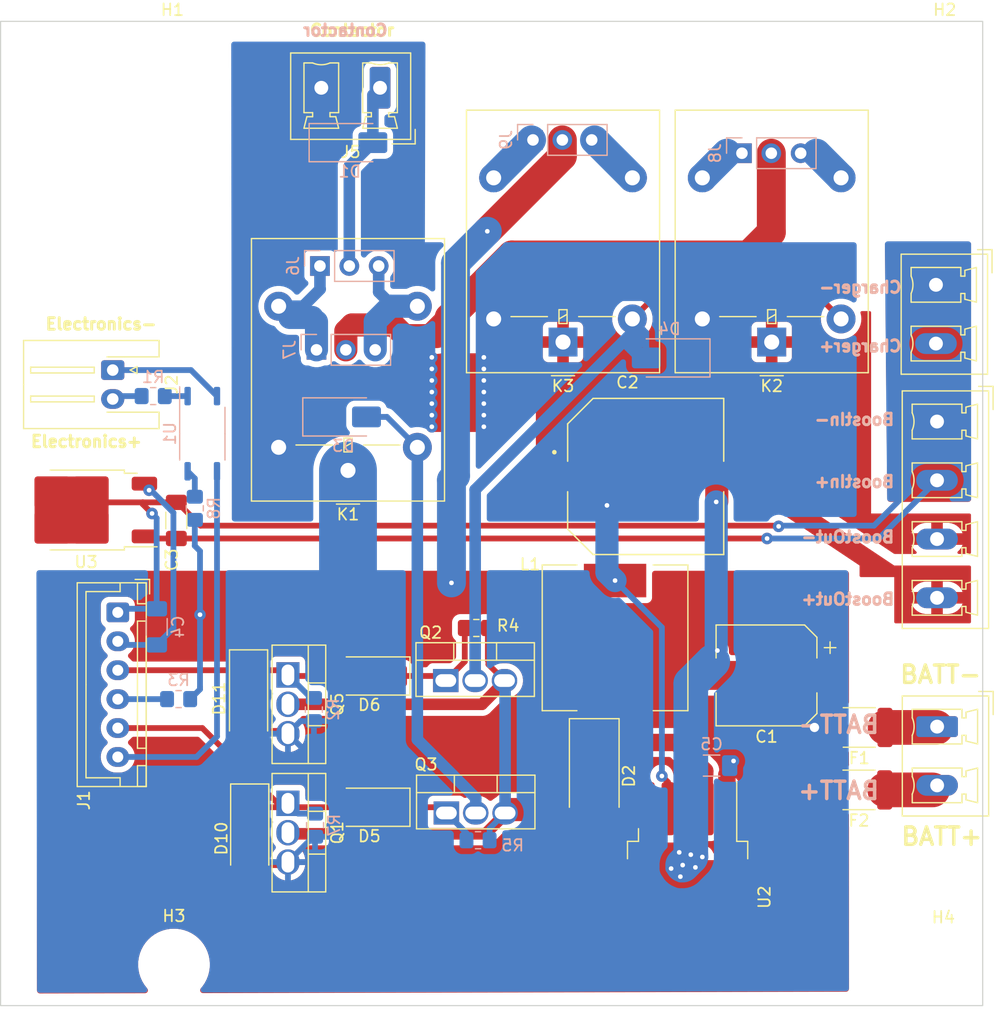
<source format=kicad_pcb>
(kicad_pcb (version 20221018) (generator pcbnew)
  (layers (0 "F.Cu" signal) (31 "B.Cu" signal) (34 "B.Paste" user) (35 "F.Paste" user) (36 "B.SilkS" user "B.Silkscreen") (37 "F.SilkS" user "F.Silkscreen") (38 "B.Mask" user) (39 "F.Mask" user) (44 "Edge.Cuts" user))
  (net 0 "")
  (net 1 "+BATT")
  (net 2 "Net-(D2-A)")
  (net 3 "/12V")
  (net 4 "BOOSTIN+")
  (net 5 "BOOSTIN-")
  (net 6 "/5V")
  (net 7 "Net-(D1-A)")
  (net 8 "Net-(D2-K)")
  (net 9 "Net-(D3-A)")
  (net 10 "Net-(D4-A)")
  (net 11 "Net-(D5-K)")
  (net 12 "Net-(D6-K)")
  (net 13 "Net-(D11-K)")
  (net 14 "-BATT")
  (net 15 "Net-(J4-Pin_1)")
  (net 16 "Net-(J4-Pin_2)")
  (net 17 "Net-(J1-Pin_4)")
  (net 18 "Net-(J1-Pin_6)")
  (net 19 "Net-(J2-Pin_1)")
  (net 20 "Net-(J2-Pin_2)")
  (net 21 "/NCR1")
  (net 22 "/NOR1")
  (net 23 "Net-(J7-Pin_2)")
  (net 24 "Net-(J8-Pin_1)")
  (net 25 "Net-(J8-Pin_3)")
  (net 26 "Net-(J9-Pin_1)")
  (net 27 "Net-(J9-Pin_3)")
  (net 28 "BOOSTOUT-")
  (net 29 "BOOSTOUT+")
  (net 30 "Net-(R1-Pad1)")
  (net 31 "Net-(R8-Pad2)")
  (net 32 "Net-(D10-K)")
  (footprint "MountingHole:MountingHole_3.2mm_M3" (layer "F.Cu") (at 48.563 29.15)
    (fp_text reference "H1")
    (fp_text value "MountingHole")
  )
  (footprint "Relay_THT:Relay_SPDT_Omron-G5LE-1" (layer "F.Cu") (at 100.4 53.6775 180)
    (fp_text reference "K2")
    (fp_text value "Relay_SPDT")
  )
  (footprint "Inductor_SMD:L_12x12mm_H8mm" (layer "F.Cu") (at 86.85 79.25 90)
    (fp_text reference "L1")
    (fp_text value "CDRH127 100u")
  )
  (footprint "Resistor_SMD:R_1812_4532Metric_Pad1.30x3.40mm_HandSolder" (layer "F.Cu") (at 107.95 92.4 180)
    (fp_text reference "F2")
    (fp_text value "5A 1808")
  )
  (footprint "Connector_Phoenix_MC_HighVoltage:PhoenixContact_MCV_1,5_2-G-5.08_1x02_P5.08mm_Vertical" (layer "F.Cu") (at 114.7075 86.9275 -90)
    (fp_text reference "J4" hide)
    (fp_text value "Battery")
  )
  (footprint "Diode_SMD:D_SMA" (layer "F.Cu") (at 65.6 82.55 180)
    (fp_text reference "D6")
    (fp_text value "1n4007")
  )
  (footprint "Connector_Phoenix_MC_HighVoltage:PhoenixContact_MCV_1,5_2-G-5.08_1x02_P5.08mm_Vertical" (layer "F.Cu") (at 114.6075 48.7275 -90)
    (fp_text reference "J3" hide)
    (fp_text value "Charger")
  )
  (footprint "MountingHole:MountingHole_3.2mm_M3" (layer "F.Cu") (at 115.366 29.15)
    (fp_text reference "H2")
    (fp_text value "MountingHole")
  )
  (footprint "MountingHole:MountingHole_3.2mm_M3" (layer "F.Cu") (at 115.25 107.6166)
    (fp_text reference "H4")
    (fp_text value "MountingHole")
  )
  (footprint "Diode_SMD:D_SMA_Handsoldering" (layer "F.Cu") (at 55.25 96.4 -90)
    (fp_text reference "D10")
    (fp_text value "D_Zener")
  )
  (footprint "Connector_JST:JST_XH_S2B-XH-A-1_1x02_P2.50mm_Horizontal" (layer "F.Cu") (at 43.4 56.1 -90)
    (fp_text reference "J2")
    (fp_text value "Electronics")
  )
  (footprint "Resistor_SMD:R_1812_4532Metric_Pad1.30x3.40mm_HandSolder" (layer "F.Cu") (at 107.975 87 180)
    (fp_text reference "F1")
    (fp_text value "5A 1808")
  )
  (footprint "25V 1000uF:CAP_EEEFK1E102AQ" (layer "F.Cu") (at 89.5 65.3)
    (fp_text reference "C2")
    (fp_text value "25V 1000uF")
  )
  (footprint "Connector_Phoenix_MC_HighVoltage:PhoenixContact_MCV_1,5_4-G-5.08_1x04_P5.08mm_Vertical" (layer "F.Cu") (at 114.7 60.55 -90)
    (fp_text reference "J10" hide)
    (fp_text value "Conn_01x04_Pin")
  )
  (footprint "Diode_SMD:D_SMA" (layer "F.Cu") (at 65.6 93.9 180)
    (fp_text reference "D5")
    (fp_text value "1n4007")
  )
  (footprint "Package_TO_SOT_THT:TO-220-3_Vertical" (layer "F.Cu") (at 72.21 82.945)
    (fp_text reference "Q2")
    (fp_text value "IRLZ44N")
  )
  (footprint "Package_TO_SOT_SMD:TO-263-5_TabPin3" (layer "F.Cu") (at 93.125 101.675 -90)
    (fp_text reference "U2")
    (fp_text value "LM2576HVS-12")
  )
  (footprint "Package_TO_SOT_SMD:TO-252-2" (layer "F.Cu") (at 41.1 68.2 180)
    (fp_text reference "U3")
    (fp_text value "LM78M05_TO252")
  )
  (footprint "Relay_THT:Relay_SPDT_Omron-G5LE-1" (layer "F.Cu") (at 63.75 64.7775 180)
    (fp_text reference "K1")
    (fp_text value "Relay_SPDT")
  )
  (footprint "Connector_Phoenix_MC_HighVoltage:PhoenixContact_MCV_1,5_2-G-5.08_1x02_P5.08mm_Vertical" (layer "F.Cu") (at 66.5225 31.6925 180)
    (fp_text reference "J5")
    (fp_text value "Contactor")
  )
  (footprint "Package_TO_SOT_THT:TO-220-3_Vertical" (layer "F.Cu") (at 58.555 93.56 -90)
    (fp_text reference "Q1")
    (fp_text value "IRLZ44N")
  )
  (footprint "Capacitor_SMD:CP_Elec_8x10.5" (layer "F.Cu") (at 99.95 82.5 180)
    (fp_text reference "C1")
    (fp_text value "100uF 50V")
  )
  (footprint "Resistor_SMD:R_0805_2012Metric_Pad1.20x1.40mm_HandSolder" (layer "F.Cu") (at 74.85 78.4 180)
    (fp_text reference "R4")
    (fp_text value "100k")
  )
  (footprint "Diode_SMD:D_SMA_Handsoldering" (layer "F.Cu") (at 55.15 84.8 -90)
    (fp_text reference "D11")
    (fp_text value "D_Zener")
  )
  (footprint "Package_TO_SOT_THT:TO-220-3_Vertical" (layer "F.Cu") (at 58.555 82.46 -90)
    (fp_text reference "Q5")
    (fp_text value "IRLZ44N")
  )
  (footprint "Capacitor_SMD:C_1206_3216Metric_Pad1.33x1.80mm_HandSolder" (layer "F.Cu") (at 48.9 69.1 90)
    (fp_text reference "C3")
    (fp_text value "1uF")
  )
  (footprint "Package_TO_SOT_THT:TO-220-3_Vertical" (layer "F.Cu") (at 72.26 94.395)
    (fp_text reference "Q3")
    (fp_text value "IRLZ44N")
  )
  (footprint "Connector_JST:JST_XH_B6B-XH-A_1x06_P2.50mm_Vertical" (layer "F.Cu") (at 43.839 77.052 -90)
    (fp_text reference "J1")
    (fp_text value "Slave socket")
  )
  (footprint "MountingHole:MountingHole_3.2mm_M3" (layer "F.Cu") (at 48.7 107.5)
    (fp_text reference "H3")
    (fp_text value "MountingHole")
  )
  (footprint "Relay_THT:Relay_SPDT_Omron-G5LE-1" (layer "F.Cu") (at 82.35 53.6775 180)
    (fp_text reference "K3")
    (fp_text value "Relay_SPDT")
  )
  (footprint "Diode_SMD:D_SMA-SMB_Universal_Handsoldering" (layer "F.Cu") (at 85.05 91.2 -90)
    (fp_text reference "D2")
    (fp_text value "SS56")
  )
  (footprint "Resistor_SMD:R_0805_2012Metric_Pad1.20x1.40mm_HandSolder" (layer "B.Cu") (at 60.9 95.45 90)
    (fp_text reference "R7")
    (fp_text value "10k")
  )
  (footprint "Capacitor_SMD:C_1206_3216Metric_Pad1.33x1.80mm_HandSolder" (layer "B.Cu") (at 47.2 78.3 90)
    (fp_text reference "C4")
    (fp_text value "1uF")
  )
  (footprint "Resistor_SMD:R_0805_2012Metric_Pad1.20x1.40mm_HandSolder" (layer "B.Cu") (at 75 96.75 180)
    (fp_text reference "R5")
    (fp_text value "100k")
  )
  (footprint "Resistor_SMD:R_0805_2012Metric_Pad1.20x1.40mm_HandSolder" (layer "B.Cu") (at 50.5 68.05 90)
    (fp_text reference "R8")
    (fp_text value "10k")
  )
  (footprint "Connector_PinHeader_2.54mm:PinHeader_1x03_P2.54mm_Vertical" (layer "B.Cu") (at 61.325 47.1 -90)
    (fp_text reference "J6")
    (fp_text value "NO/NC Contactor")
  )
  (footprint "Diode_SMD:D_SMA" (layer "B.Cu") (at 63.9 36.435)
    (fp_text reference "D1")
    (fp_text value "1n4007")
  )
  (footprint "Connector_PinHeader_2.54mm:PinHeader_1x03_P2.54mm_Vertical" (layer "B.Cu") (at 61.025 54.35 -90)
    (fp_text reference "J7")
    (fp_text value "NC/NO Charge")
  )
  (footprint "Connector_PinHeader_2.54mm:PinHeader_1x03_P2.54mm_Vertical" (layer "B.Cu") (at 97.825 37.35 -90)
    (fp_text reference "J8")
    (fp_text value "NO/NC Charge-")
  )
  (footprint "Diode_SMD:D_SMA" (layer "B.Cu") (at 91.55 55.05 180)
    (fp_text reference "D4")
    (fp_text value "1n4007")
  )
  (footprint "Resistor_SMD:R_0805_2012Metric_Pad1.20x1.40mm_HandSolder" (layer "B.Cu") (at 60.8 85.45 90)
    (fp_text reference "R2")
    (fp_text value "10k")
  )
  (footprint "Diode_SMD:D_SMA" (layer "B.Cu") (at 63.35 60.15)
    (fp_text reference "D3")
    (fp_text value "1n4007")
  )
  (footprint "Capacitor_SMD:C_1206_3216Metric_Pad1.33x1.80mm_HandSolder" (layer "B.Cu") (at 95.2 90.3 180)
    (fp_text reference "C5")
    (fp_text value "1uF")
  )
  (footprint "Resistor_SMD:R_0805_2012Metric_Pad1.20x1.40mm_HandSolder" (layer "B.Cu") (at 49.1 84.55 180)
    (fp_text reference "R3")
    (fp_text value "10k")
  )
  (footprint "Package_SO:SOIC-4_4.55x3.7mm_P2.54mm" (layer "B.Cu") (at 51.15 61.6 -90)
    (fp_text reference "U1")
    (fp_text value "TLP185")
  )
  (footprint "Connector_PinHeader_2.54mm:PinHeader_1x03_P2.54mm_Vertical" (layer "B.Cu") (at 79.75 36.2 -90)
    (fp_text reference "J9")
    (fp_text value "NO/NC Charge+")
  )
  (footprint "Resistor_SMD:R_0805_2012Metric_Pad1.20x1.40mm_HandSolder" (layer "B.Cu") (at 46.9 58.35 180)
    (fp_text reference "R1")
    (fp_text value "470")
  )
  (gr_rect (start 33.7 25.95) (end 118.65 111.05) (stroke (width 0.1)) (fill none) (layer "Edge.Cuts"))
  (gr_text "Charger-\n" (at 111.76 49.53) (layer "B.SilkS") (effects (font (size 1 1) (thickness 0.25) bold) (justify left bottom mirror)))
  (gr_text "Charger+\n" (at 111.76 54.61) (layer "B.SilkS") (effects (font (size 1 1) (thickness 0.25) bold) (justify left bottom mirror)))
  (gr_text "Contactor\n" (at 67.31 27.305) (layer "B.SilkS") (effects (font (size 1 1) (thickness 0.25) bold) (justify left bottom mirror)))
  (gr_text "BATT-\n" (at 109.855 87.63) (layer "B.SilkS") (effects (font (size 1.5 1.5) (thickness 0.3) bold) (justify left bottom mirror)))
  (gr_text "BATT+\n" (at 109.855 93.345) (layer "B.SilkS") (effects (font (size 1.5 1.5) (thickness 0.3) bold) (justify left bottom mirror)))
  (gr_text "BoostIn+\n\n" (at 111.125 67.945) (layer "B.SilkS") (effects (font (size 1 1) (thickness 0.25) bold) (justify left bottom mirror)))
  (gr_text "BoostOut-\n" (at 111.125 71.12) (layer "B.SilkS") (effects (font (size 1 1) (thickness 0.25) bold) (justify left bottom mirror)))
  (gr_text "BoostIn-\n" (at 111.125 60.96) (layer "B.SilkS") (effects (font (size 1 1) (thickness 0.25) bold) (justify left bottom mirror)))
  (gr_text "BoostOut+\n\n" (at 111.125 78.105) (layer "B.SilkS") (effects (font (size 1 1) (thickness 0.25) bold) (justify left bottom mirror)))
  (gr_text "BATT+\n" (at 111.45 97.3) (layer "F.SilkS") (effects (font (size 1.5 1.5) (thickness 0.3) bold) (justify left bottom)))
  (gr_text "Electronics+" (at 36.195 62.865) (layer "F.SilkS") (effects (font (size 1 1) (thickness 0.25) bold) (justify left bottom)))
  (gr_text "BATT-\n" (at 111.35 83.3) (layer "F.SilkS") (effects (font (size 1.5 1.5) (thickness 0.3) bold) (justify left bottom)))
  (gr_text "Contactor\n" (at 60.325 27.305) (layer "F.SilkS") (effects (font (size 1 1) (thickness 0.25) bold) (justify left bottom)))
  (gr_text "Electronics-\n" (at 37.465 52.705) (layer "F.SilkS") (effects (font (size 1 1) (thickness 0.25) bold) (justify left bottom)))
  (segment (start 97.775 94.025) (end 97.9 93.9) (width 1.5) (layer "F.Cu") (net 1))
  (segment (start 97.1 89.9) (end 96.6 91) (width 1.5) (layer "F.Cu") (net 1))
  (segment (start 96.525 94.025) (end 96.525 91.075) (width 1.5) (layer "F.Cu") (net 1))
  (segment (start 82.29 37.61) (end 75.8 44.1) (width 2.5) (layer "F.Cu") (net 1))
  (segment (start 82.29 36.2) (end 82.29 37.61) (width 2.5) (layer "F.Cu") (net 1))
  (segment (start 96.525 91.075) (end 97.1 89.9) (width 1.5) (layer "F.Cu") (net 1))
  (segment (start 96.525 94.025) (end 96.525 96.925) (width 1.5) (layer "F.Cu") (net 1))
  (segment (start 96.525 94.025) (end 97.775 94.025) (width 1.5) (layer "F.Cu") (net 1))
  (via (at 72.7 74.5) (size 1) (drill 0.4) (layers "F.Cu" "B.Cu") (net 1))
  (via (at 97.1 89.9) (size 1) (drill 0.4) (layers "F.Cu" "B.Cu") (net 1))
  (via (at 50.95 77.25) (size 1) (drill 0.4) (layers "F.Cu" "B.Cu") (net 1))
  (via (at 75.8 44.1) (size 1) (drill 0.4) (layers "F.Cu" "B.Cu") (net 1))
  (segment (start 50.1 84.55) (end 50.95 83.7) (width 0.5) (layer "B.Cu") (net 1))
  (segment (start 50.95 77.25) (end 50.95 79.85) (width 0.5) (layer "B.Cu") (net 1))
  (segment (start 50.5 71.3) (end 50.95 71.75) (width 0.5) (layer "B.Cu") (net 1))
  (segment (start 50.95 83.7) (end 50.95 83.5) (width 0.5) (layer "B.Cu") (net 1))
  (segment (start 50.95 71.75) (end 50.95 77.25) (width 0.5) (layer "B.Cu") (net 1))
  (segment (start 50.5 69.05) (end 50.5 71.3) (width 0.5) (layer "B.Cu") (net 1))
  (segment (start 50.95 83.5) (end 50.95 79.85) (width 0.5) (layer "B.Cu") (net 1))
  (segment (start 72.7 65.600862) (end 72.7 74.5) (width 2.5) (layer "B.Cu") (net 1))
  (segment (start 73.05 46.85) (end 73.05 65.250862) (width 2.5) (layer "B.Cu") (net 1))
  (segment (start 73.05 65.250862) (end 72.7 65.600862) (width 2.5) (layer "B.Cu") (net 1))
  (segment (start 75.8 44.1) (end 73.05 46.85) (width 2.5) (layer "B.Cu") (net 1))
  (segment (start 93.8 98.65) (end 94.4 98.2) (width 1) (layer "F.Cu") (net 2))
  (segment (start 93.125 97.975) (end 93.8 98.65) (width 1) (layer "F.Cu") (net 2))
  (segment (start 58.555 96.1) (end 58.65 96.195) (width 1) (layer "F.Cu") (net 2))
  (segment (start 95.7 82.45) (end 96.25 83) (width 0.5) (layer "F.Cu") (net 2))
  (segment (start 89.575 94.1) (end 89.575 94.025) (width 2) (layer "F.Cu") (net 2))
  (segment (start 75.645584 96.195) (end 77.34 94.500584) (width 1) (layer "F.Cu") (net 2))
  (segment (start 58.555 85) (end 75.340584 85) (width 1) (layer "F.Cu") (net 2))
  (segment (start 75.9 81.25) (end 75.9 81.555) (width 0.5) (layer "F.Cu") (net 2))
  (segment (start 93.125 97.975) (end 93.05 98.05) (width 1) (layer "F.Cu") (net 2))
  (segment (start 85.125 94.025) (end 85.05 94.1) (width 1) (layer "F.Cu") (net 2))
  (segment (start 93.125 97.975) (end 92.5 98.6) (width 1) (layer "F.Cu") (net 2))
  (segment (start 89.725 100.125) (end 90.35 100.75) (width 0.5) (layer "F.Cu") (net 2))
  (segment (start 75.340584 85) (end 77.29 83.050584) (width 1) (layer "F.Cu") (net 2))
  (segment (start 58.65 96.195) (end 75.645584 96.195) (width 1) (layer "F.Cu") (net 2))
  (segment (start 93.125 97.45) (end 93.125 97.975) (width 1) (layer "F.Cu") (net 2))
  (segment (start 94.25 99.1) (end 95.9 100.75) (width 1) (layer "F.Cu") (net 2))
  (segment (start 83.8 94.1) (end 89.575 94.1) (width 2) (layer "F.Cu") (net 2))
  (segment (start 95.65 67.45) (end 95.6 67.5) (width 0.5) (layer "F.Cu") (net 2))
  (segment (start 93.125 97.45) (end 89.725 97.45) (width 1) (layer "F.Cu") (net 2))
  (segment (start 77.29 83.050584) (end 77.29 82.945) (width 1) (layer "F.Cu") (net 2))
  (segment (start 92.5 99.9) (end 91.7 99.2) (width 1) (layer "F.Cu") (net 2))
  (segment (start 92.15 98.05) (end 89.725 98.05) (width 1) (layer "F.Cu") (net 2))
  (segment (start 77.34 94.500584) (end 77.34 94.395) (width 1) (layer "F.Cu") (net 2))
  (segment (start 93.05 98.05) (end 92.65 98.05) (width 1) (layer "F.Cu") (net 2))
  (segment (start 93.8 99.1) (end 94.25 99.1) (width 1) (layer "F.Cu") (net 2))
  (segment (start 85.05 94.1) (end 83.8 94.1) (width 2) (layer "F.Cu") (net 2))
  (segment (start 91.7 99.2) (end 91.2 99.9) (width 1) (layer "F.Cu") (net 2))
  (segment (start 77.635 94.1) (end 77.34 94.395) (width 1) (layer "F.Cu") (net 2))
  (segment (start 92.4 97.8) (end 92.15 98.05) (width 1) (layer "F.Cu") (net 2))
  (segment (start 83.8 94.1) (end 77.635 94.1) (width 2) (layer "F.Cu") (net 2))
  (segment (start 91.2 99.9) (end 90.35 100.75) (width 1) (layer "F.Cu") (net 2))
  (segment (start 94.4 98.2) (end 93.8 99.1) (width 1) (layer "F.Cu") (net 2))
  (segment (start 95.7 80.35) (end 95.7 82.45) (width 1) (layer "F.Cu") (net 2))
  (segment (start 89.725 97.45) (end 89.725 98.05) (width 1) (layer "F.Cu") (net 2))
  (segment (start 75.85 81.2) (end 75.85 78.4) (width 0.5) (layer "F.Cu") (net 2))
  (segment (start 75.9 81.555) (end 77.29 82.945) (width 0.5) (layer "F.Cu") (net 2))
  (segment (start 93.125 94.025) (end 93.125 97.45) (width 1.5) (layer "F.Cu") (net 2))
  (segment (start 89.725 98.05) (end 89.725 100.125) (width 1) (layer "F.Cu") (net 2))
  (segment (start 89.725 94.025) (end 89.725 97.45) (width 1.5) (layer "F.Cu") (net 2))
  (segment (start 75.9 81.25) (end 75.85 81.2) (width 0.5) (layer "F.Cu") (net 2))
  (segment (start 95.65 64.6) (end 95.65 67.45) (width 2) (layer "F.Cu") (net 2))
  (segment (start 92.65 98.05) (end 92.4 97.8) (width 1) (layer "F.Cu") (net 2))
  (segment (start 92.5 98.6) (end 92.5 99.9) (width 1) (layer "F.Cu") (net 2))
  (via (at 95.7 80.35) (size 1) (drill 0.4) (layers "F.Cu" "B.Cu") (net 2))
  (via (at 93.4 98) (size 1) (drill 0.4) (layers "F.Cu" "B.Cu") (net 2))
  (via (at 92.4 97.8) (size 1) (drill 0.4) (layers "F.Cu" "B.Cu") (net 2))
  (via (at 92.7 98.9) (size 1) (drill 0.4) (layers "F.Cu" "B.Cu") (net 2))
  (via (at 94.4 98.2) (size 1) (drill 0.4) (layers "F.Cu" "B.Cu") (net 2))
  (via (at 91.7 99.2) (size 1) (drill 0.4) (layers "F.Cu" "B.Cu") (net 2))
  (via (at 93.8 99.1) (size 1) (drill 0.4) (layers "F.Cu" "B.Cu") (net 2))
  (via (at 95.6 67.5) (size 1) (drill 0.4) (layers "F.Cu" "B.Cu") (net 2))
  (via (at 92.5 99.9) (size 1) (drill 0.4) (layers "F.Cu" "B.Cu") (net 2))
  (segment (start 93.4 88.2) (end 93.4 98) (width 3) (layer "B.Cu") (net 2))
  (segment (start 93.4 88.2) (end 93.4 83.2) (width 3) (layer "B.Cu") (net 2))
  (segment (start 93.4 98) (end 93.4 98.2) (width 3) (layer "B.Cu") (net 2))
  (segment (start 76 96.75) (end 76 95.735) (width 0.5) (layer "B.Cu") (net 2))
  (segment (start 95.6 80.25) (end 95.7 80.35) (width 0.5) (layer "B.Cu") (net 2))
  (segment (start 76 95.735) (end 77.34 94.395) (width 0.5) (layer "B.Cu") (net 2))
  (segment (start 95.6 67.5) (end 95.6 80.25) (width 2) (layer "B.Cu") (net 2))
  (segment (start 77.34 94.395) (end 77.34 82.995) (width 1) (layer "B.Cu") (net 2))
  (segment (start 77.34 82.995) (end 77.29 82.945) (width 0.5) (layer "B.Cu") (net 2))
  (segment (start 93.4 98.2) (end 92.7 98.9) (width 3) (layer "B.Cu") (net 2))
  (segment (start 93.4 83.2) (end 95.3 81.3) (width 3) (layer "B.Cu") (net 2))
  (segment (start 91.425 91.725) (end 91.425 94.025) (width 0.5) (layer "F.Cu") (net 3))
  (segment (start 90.9 91.2) (end 91.425 91.725) (width 0.5) (layer "F.Cu") (net 3))
  (segment (start 85.95 67.6) (end 86.15 67.8) (width 0.5) (layer "F.Cu") (net 3))
  (segment (start 85.95 64.6) (end 85.95 67.6) (width 2) (layer "F.Cu") (net 3))
  (via (at 71 57) (size 1) (drill 0.4) (layers "F.Cu" "B.Cu") (net 3))
  (via (at 86.15 67.8) (size 1) (drill 0.4) (layers "F.Cu" "B.Cu") (net 3))
  (via (at 75.5 61) (size 1) (drill 0.4) (layers "F.Cu" "B.Cu") (net 3))
  (via (at 71 55) (size 1) (drill 0.4) (layers "F.Cu" "B.Cu") (net 3))
  (via (at 75.5 56) (size 1) (drill 0.4) (layers "F.Cu" "B.Cu") (net 3))
  (via (at 75.5 57) (size 1) (drill 0.4) (layers "F.Cu" "B.Cu") (net 3))
  (via (at 75.5 59) (size 1) (drill 0.4) (layers "F.Cu" "B.Cu") (net 3))
  (via (at 75.5 55) (size 1) (drill 0.4) (layers "F.Cu" "B.Cu") (net 3))
  (via (at 71 58) (size 1) (drill 0.4) (layers "F.Cu" "B.Cu") (net 3))
  (via (at 71 61) (size 1) (drill 0.4) (layers "F.Cu" "B.Cu") (net 3))
  (via (at 75.5 60) (size 1) (drill 0.4) (layers "F.Cu" "B.Cu") (net 3))
  (via (at 90.9 91.2) (size 1) (drill 0.4) (layers "F.Cu" "B.Cu") (net 3))
  (via (at 71 56) (size 1) (drill 0.4) (layers "F.Cu" "B.Cu") (net 3))
  (via (at 71 60) (size 1) (drill 0.4) (layers "F.Cu" "B.Cu") (net 3))
  (via (at 71 59) (size 1) (drill 0.4) (layers "F.Cu" "B.Cu") (net 3))
  (via (at 86.85 74.3) (size 1) (drill 0.4) (layers "F.Cu" "B.Cu") (net 3))
  (via (at 75.5 58) (size 1) (drill 0.4) (layers "F.Cu" "B.Cu") (net 3))
  (segment (start 92.6 49.8775) (end 78.15 49.8775) (width 0.5) (layer "B.Cu") (net 3))
  (segment (start 61.35 60.15) (end 60.3775 60.15) (width 0.5) (layer "B.Cu") (net 3))
  (segment (start 94.4 51.6775) (end 92.6 49.8775) (width 0.5) (layer "B.Cu") (net 3))
  (segment (start 90.9 78.35) (end 86.85 74.3) (width 0.5) (layer "B.Cu") (net 3))
  (segment (start 78.15 49.8775) (end 76.35 51.6775) (width 0.5) (layer "B.Cu") (net 3))
  (segment (start 86.15 73.6) (end 86.85 74.3) (width 2) (layer "B.Cu") (net 3))
  (segment (start 93.55 52.5275) (end 94.4 51.6775) (width 0.5) (layer "B.Cu") (net 3))
  (segment (start 61.9 36.435) (end 61.9 32.15) (width 0.5) (layer "B.Cu") (net 3))
  (segment (start 90.9 91.2) (end 90.9 78.35) (width 0.5) (layer "B.Cu") (net 3))
  (segment (start 93.55 55.05) (end 93.55 52.5275) (width 0.5) (layer "B.Cu") (net 3))
  (segment (start 60.3775 60.15) (end 57.75 62.7775) (width 0.5) (layer "B.Cu") (net 3))
  (segment (start 61.9 32.15) (end 61.4425 31.6925) (width 0.5) (layer "B.Cu") (net 3))
  (segment (start 86.15 67.8) (end 86.15 73.6) (width 2) (layer "B.Cu") (net 3))
  (segment (start 48.9 70.6625) (end 100 70.6625) (width 0.5) (layer "F.Cu") (net 4))
  (segment (start 48.9 70.6625) (end 46.3225 70.6625) (width 0.5) (layer "F.Cu") (net 4))
  (segment (start 46.3225 70.6625) (end 46.14 70.48) (width 0.5) (layer "F.Cu") (net 4))
  (via (at 100 70.6625) (size 1) (drill 0.4) (layers "F.Cu" "B.Cu") (net 4))
  (segment (start 109.6675 70.6625) (end 114.7 65.63) (width 0.5) (layer "B.Cu") (net 4))
  (segment (start 100 70.6625) (end 109.6675 70.6625) (width 0.5) (layer "B.Cu") (net 4))
  (segment (start 100.937 69.55) (end 51 69.55) (width 0.5) (layer "F.Cu") (net 5))
  (segment (start 46 67.5375) (end 40.5025 67.5375) (width 0.5) (layer "F.Cu") (net 5))
  (segment (start 48.9 67.5375) (end 46 67.5375) (width 0.5) (layer "F.Cu") (net 5))
  (segment (start 40.5025 67.5375) (end 39.84 68.2) (width 0.5) (layer "F.Cu") (net 5))
  (segment (start 46.8 68.5) (end 46 67.7) (width 0.5) (layer "F.Cu") (net 5))
  (segment (start 46 67.7) (end 46 67.5375) (width 0.5) (layer "F.Cu") (net 5))
  (segment (start 101 69.613) (end 100.937 69.55) (width 0.5) (layer "F.Cu") (net 5))
  (segment (start 48.9875 67.5375) (end 48.9 67.5375) (width 0.5) (layer "F.Cu") (net 5))
  (segment (start 51 69.55) (end 48.9875 67.5375) (width 0.5) (layer "F.Cu") (net 5))
  (via (at 101 69.613) (size 1) (drill 0.4) (layers "F.Cu" "B.Cu") (net 5))
  (via (at 46.8 68.5) (size 1) (drill 0.4) (layers "F.Cu" "B.Cu") (net 5))
  (segment (start 111.725 67.075) (end 111.725 63.525) (width 0.5) (layer "B.Cu") (net 5))
  (segment (start 47.2 68.9) (end 46.8 68.5) (width 0.5) (layer "B.Cu") (net 5))
  (segment (start 109.25 69.55) (end 111.725 67.075) (width 0.5) (layer "B.Cu") (net 5))
  (segment (start 111.725 63.525) (end 114.7 60.55) (width 0.5) (layer "B.Cu") (net 5))
  (segment (start 44.1535 76.7375) (end 43.839 77.052) (width 0.5) (layer "B.Cu") (net 5))
  (segment (start 101.063 69.55) (end 109.25 69.55) (width 0.5) (layer "B.Cu") (net 5))
  (segment (start 47.2 76.7375) (end 47.2 68.9) (width 0.5) (layer "B.Cu") (net 5))
  (segment (start 47.2 76.7375) (end 44.1535 76.7375) (width 0.5) (layer "B.Cu") (net 5))
  (segment (start 101 69.613) (end 101.063 69.55) (width 0.5) (layer "B.Cu") (net 5))
  (segment (start 46.546648 66.488) (end 46.546648 66.326648) (width 0.5) (layer "F.Cu") (net 6))
  (segment (start 46.546648 66.326648) (end 46.14 65.92) (width 0.5) (layer "F.Cu") (net 6))
  (via (at 46.546648 66.488) (size 1) (drill 0.4) (layers "F.Cu" "B.Cu") (net 6))
  (segment (start 48.65 68.43) (end 48.65 78.4125) (width 0.5) (layer "B.Cu") (net 6))
  (segment (start 47.2 79.8625) (end 44.1495 79.8625) (width 0.5) (layer "B.Cu") (net 6))
  (segment (start 48.65 78.4125) (end 47.2 79.8625) (width 0.5) (layer "B.Cu") (net 6))
  (segment (start 46.546648 66.488) (end 46.708 66.488) (width 0.5) (layer "B.Cu") (net 6))
  (segment (start 44.1495 79.8625) (end 43.839 79.552) (width 0.5) (layer "B.Cu") (net 6))
  (segment (start 46.708 66.488) (end 48.65 68.43) (width 0.5) (layer "B.Cu") (net 6))
  (segment (start 63.865 38.47) (end 65.9 36.435) (width 1) (layer "B.Cu") (net 7))
  (segment (start 65.9 36.435) (end 65.9 32.315) (width 1) (layer "B.Cu") (net 7))
  (segment (start 65.9 32.315) (end 66.5225 31.6925) (width 0.5) (layer "B.Cu") (net 7))
  (segment (start 63.865 47.1) (end 63.865 38.47) (width 1) (layer "B.Cu") (net 7))
  (segment (start 85.05 86) (end 86.85 84.2) (width 2) (layer "F.Cu") (net 8))
  (segment (start 85.05 88.3) (end 85.05 86) (width 2) (layer "F.Cu") (net 8))
  (segment (start 92.15 88.3) (end 85.05 88.3) (width 1.5) (layer "F.Cu") (net 8))
  (segment (start 92.15 88.3) (end 94.612801 90.762801) (width 1.5) (layer "F.Cu") (net 8))
  (segment (start 94.825 94.025) (end 94.825 90.975) (width 1) (layer "F.Cu") (net 8))
  (segment (start 94.612801 90.762801) (end 94.612801 91.047754) (width 1.5) (layer "F.Cu") (net 8))
  (segment (start 74.8 93.1) (end 74.8 94.395) (width 1) (layer "B.Cu") (net 9))
  (segment (start 69.75 62.7775) (end 69.75 88.05) (width 1) (layer "B.Cu") (net 9))
  (segment (start 69.75 88.05) (end 74.8 93.1) (width 1) (layer "B.Cu") (net 9))
  (segment (start 65.35 60.15) (end 67.1225 60.15) (width 0.5) (layer "B.Cu") (net 9))
  (segment (start 67.1225 60.15) (end 69.75 62.7775) (width 0.5) (layer "B.Cu") (net 9))
  (segment (start 106.4 51.6775) (end 104.6 49.8775) (width 0.5) (layer "F.Cu") (net 10))
  (segment (start 104.6 49.8775) (end 90.15 49.8775) (width 0.5) (layer "F.Cu") (net 10))
  (segment (start 90.15 49.8775) (end 88.35 51.6775) (width 0.5) (layer "F.Cu") (net 10))
  (segment (start 74.75 66.45) (end 87.45 53.75) (width 1) (layer "B.Cu") (net 10))
  (segment (start 88.35 53.75) (end 88.35 52.85) (width 0.5) (layer "B.Cu") (net 10))
  (segment (start 89.55 55.05) (end 88.75 55.05) (width 0.5) (layer "B.Cu") (net 10))
  (segment (start 89.3 52.6275) (end 88.35 51.6775) (width 0.5) (layer "B.Cu") (net 10))
  (segment (start 89.55 55.05) (end 89.55 53.5) (width 0.5) (layer "B.Cu") (net 10))
  (segment (start 89.3 53.5) (end 89.1 53.5) (width 0.5) (layer "B.Cu") (net 10))
  (segment (start 88.3775 52.8775) (end 88.35 52.85) (width 0.5) (layer "B.Cu") (net 10))
  (segment (start 88.05 53.55) (end 87.65 53.55) (width 0.5) (layer "B.Cu") (net 10))
  (segment (start 88.1 54.4) (end 87.9 54.2) (width 0.5) (layer "B.Cu") (net 10))
  (segment (start 89.4 53.9) (end 89.55 54.05) (width 0.5) (layer "B.Cu") (net 10))
  (segment (start 88.35 54.15) (end 88.35 53.75) (width 0.5) (layer "B.Cu") (net 10))
  (segment (start 87.95 53.25) (end 88.35 52.85) (width 1) (layer "B.Cu") (net 10))
  (segment (start 89.3 53.5) (end 89.3 52.6275) (width 0.5) (layer "B.Cu") (net 10))
  (segment (start 89.55 53.5) (end 89.55 52.8775) (width 0.5) (layer "B.Cu") (net 10))
  (segment (start 87.45 53.75) (end 87.65 53.55) (width 1) (layer "B.Cu") (net 10))
  (segment (start 89 53.5) (end 88.35 52.85) (width 0.5) (layer "B.Cu") (net 10))
  (segment (start 88.9 54.4) (end 88.9 53.9) (width 0.5) (layer "B.Cu") (net 10))
  (segment (start 88.9 53.4) (end 88.35 52.85) (width 0.5) (layer "B.Cu") (net 10))
  (segment (start 87.9 54.2) (end 88.35 53.75) (width 0.5) (layer "B.Cu") (net 10))
  (segment (start 87.9 54.2) (end 87.45 53.75) (width 0.5) (layer "B.Cu") (net 10))
  (segment (start 89.55 55.05) (end 88.9 54.4) (width 0.5) (layer "B.Cu") (net 10))
  (segment (start 88.9 53.6) (end 88.9 53.4) (width 0.5) (layer "B.Cu") (net 10))
  (segment (start 87.95 53.25) (end 88.55 53.25) (width 0.5) (layer "B.Cu") (net 10))
  (segment (start 89.55 54.05) (end 88.9 53.4) (width 0.5) (layer "B.Cu") (net 10))
  (segment (start 88.9 53.9) (end 88.9 53.6) (width 0.5) (layer "B.Cu") (net 10))
  (segment (start 88.35 54.15) (end 88.9 53.6) (width 0.5) (layer "B.Cu") (net 10))
  (segment (start 89.55 53.5) (end 89.3 53.5) (width 0.5) (layer "B.Cu") (net 10))
  (segment (start 89.55 55.05) (end 88.05 53.55) (width 0.5) (layer "B.Cu") (net 10))
  (segment (start 88.35 52.85) (end 88.35 51.6775) (width 0.5) (layer "B.Cu") (net 10))
  (segment (start 87.65 53.55) (end 87.95 53.25) (width 1) (layer "B.Cu") (net 10))
  (segment (start 89.1 53.5) (end 89 53.5) (width 0.5) (layer "B.Cu") (net 10))
  (segment (start 89.55 55.05) (end 89.55 54.05) (width 0.5) (layer "B.Cu") (net 10))
  (segment (start 89 52.8775) (end 89 53.4) (width 0.5) (layer "B.Cu") (net 10))
  (segment (start 89.55 55.05) (end 87.95 53.45) (width 0.5) (layer "B.Cu") (net 10))
  (segment (start 89.55 52.8775) (end 89 52.8775) (width 0.5) (layer "B.Cu") (net 10))
  (segment (start 88.1 54.4) (end 88.35 54.15) (width 0.5) (layer "B.Cu") (net 10))
  (segment (start 88.9 53.9) (end 89.4 53.9) (width 0.5) (layer "B.Cu") (net 10))
  (segment (start 88.55 53.25) (end 88.9 53.6) (width 0.5) (layer "B.Cu") (net 10))
  (segment (start 74.75 82.945) (end 74.75 66.45) (width 1) (layer "B.Cu") (net 10))
  (segment (start 89.55 52.8775) (end 88.35 51.6775) (width 0.5) (layer "B.Cu") (net 10))
  (segment (start 87.95 53.45) (end 87.95 53.25) (width 0.5) (layer "B.Cu") (net 10))
  (segment (start 89 52.8775) (end 88.3775 52.8775) (width 0.5) (layer "B.Cu") (net 10))
  (segment (start 88.75 55.05) (end 88.1 54.4) (width 0.5) (layer "B.Cu") (net 10))
  (segment (start 89 53.4) (end 89.1 53.5) (width 0.5) (layer "B.Cu") (net 10))
  (segment (start 67.6 93.9) (end 71.765 93.9) (width 0.5) (layer "F.Cu") (net 11))
  (segment (start 71.765 93.9) (end 72.26 94.395) (width 0.5) (layer "F.Cu") (net 11))
  (segment (start 74 96.75) (end 74 96.135) (width 0.5) (layer "B.Cu") (net 11))
  (segment (start 74 96.135) (end 72.26 94.395) (width 0.5) (layer "B.Cu") (net 11))
  (segment (start 73.85 81.305) (end 73.85 78.4) (width 0.5) (layer "F.Cu") (net 12))
  (segment (start 72.21 82.945) (end 73.85 81.305) (width 0.5) (layer "F.Cu") (net 12))
  (segment (start 67.6 82.55) (end 71.815 82.55) (width 0.5) (layer "F.Cu") (net 12))
  (segment (start 71.815 82.55) (end 72.21 82.945) (width 0.5) (layer "F.Cu") (net 12))
  (segment (start 63.6 82.55) (end 58.645 82.55) (width 0.5) (layer "F.Cu") (net 13))
  (segment (start 43.839 82.052) (end 58.147 82.052) (width 0.5) (layer "F.Cu") (net 13))
  (segment (start 58.147 82.052) (end 58.555 82.46) (width 0.5) (layer "F.Cu") (net 13))
  (segment (start 58.645 82.55) (end 58.555 82.46) (width 0.5) (layer "F.Cu") (net 13))
  (segment (start 60.545 84.45) (end 58.555 82.46) (width 0.5) (layer "B.Cu") (net 13))
  (segment (start 60.8 84.45) (end 60.545 84.45) (width 0.5) (layer "B.Cu") (net 13))
  (segment (start 58.295 98.9) (end 58.555 98.64) (width 0.5) (layer "F.Cu") (net 14))
  (segment (start 55.15 87.3) (end 58.315 87.3) (width 0.5) (layer "F.Cu") (net 14))
  (segment (start 105.75 87) (end 104.1 87) (width 0.5) (layer "F.Cu") (net 14))
  (segment (start 55.25 98.9) (end 58.295 98.9) (width 0.5) (layer "F.Cu") (net 14))
  (segment (start 58.315 87.3) (end 58.555 87.54) (width 0.5) (layer "F.Cu") (net 14))
  (via (at 104.1 87) (size 2) (drill 0.8) (layers "F.Cu" "B.Cu") (net 14))
  (segment (start 60.8 86.45) (end 59.645 86.45) (width 0.5) (layer "B.Cu") (net 14))
  (segment (start 60.745 96.45) (end 58.555 98.64) (width 0.5) (layer "B.Cu") (net 14))
  (segment (start 63.75 74.2) (end 63.55 74.4) (width 0.5) (layer "B.Cu") (net 14))
  (segment (start 62.55 96.95) (end 62.55 96) (width 0.5) (layer "B.Cu") (net 14))
  (segment (start 63.75 64.7775) (end 63.75 74.2) (width 5) (layer "B.Cu") (net 14))
  (segment (start 62.55 91.535) (end 58.555 87.54) (width 0.5) (layer "B.Cu") (net 14))
  (segment (start 58.555 98.64) (end 60.86 98.64) (width 0.5) (layer "B.Cu") (net 14))
  (segment (start 60.86 98.64) (end 62.55 96.95) (width 0.5) (layer "B.Cu") (net 14))
  (segment (start 59.645 86.45) (end 58.555 87.54) (width 0.5) (layer "B.Cu") (net 14))
  (segment (start 60.9 96.45) (end 60.745 96.45) (width 0.5) (layer "B.Cu") (net 14))
  (segment (start 62.55 96) (end 62.55 91.535) (width 0.5) (layer "B.Cu") (net 14))
  (segment (start 114.635 87) (end 114.7075 86.9275) (width 0.5) (layer "F.Cu") (net 15))
  (segment (start 110.2 87) (end 114.635 87) (width 3) (layer "F.Cu") (net 15))
  (segment (start 114.315 92.4) (end 114.7075 92.0075) (width 0.5) (layer "F.Cu") (net 16))
  (segment (start 110.175 92.4) (end 114.315 92.4) (width 3) (layer "F.Cu") (net 16))
  (segment (start 48.1 84.55) (end 43.841 84.55) (width 0.5) (layer "B.Cu") (net 17))
  (segment (start 43.841 84.55) (end 43.839 84.552) (width 0.5) (layer "B.Cu") (net 17))
  (segment (start 52.42 64.85) (end 52.42 87.78) (width 0.5) (layer "B.Cu") (net 18))
  (segment (start 52.42 87.78) (end 50.648 89.552) (width 0.5) (layer "B.Cu") (net 18))
  (segment (start 50.648 89.552) (end 43.839 89.552) (width 0.5) (layer "B.Cu") (net 18))
  (segment (start 52.42 58.35) (end 50.17 56.1) (width 0.5) (layer "B.Cu") (net 19))
  (segment (start 50.17 56.1) (end 43.4 56.1) (width 0.5) (layer "B.Cu") (net 19))
  (segment (start 43.65 58.35) (end 43.4 58.6) (width 0.5) (layer "B.Cu") (net 20))
  (segment (start 45.9 58.35) (end 43.65 58.35) (width 0.5) (layer "B.Cu") (net 20))
  (segment (start 61.325 49.075) (end 61.325 47.1) (width 1) (layer "B.Cu") (net 21))
  (segment (start 58.66125 51.48875) (end 57.75 50.5775) (width 1) (layer "B.Cu") (net 21))
  (segment (start 61.35 49.1) (end 61.325 49.075) (width 0.5) (layer "B.Cu") (net 21))
  (segment (start 61.025 51.925) (end 61.025 54.35) (width 2) (layer "B.Cu") (net 21))
  (segment (start 58.7225 51.55) (end 60.65 51.55) (width 2) (layer "B.Cu") (net 21))
  (segment (start 59.8725 50.5775) (end 61.35 49.1) (width 1) (layer "B.Cu") (net 21))
  (segment (start 57.75 50.5775) (end 59.8725 50.5775) (width 1) (layer "B.Cu") (net 21))
  (segment (start 61.025 54.35) (end 61.025 53.8525) (width 0.5) (layer "B.Cu") (net 21))
  (segment (start 58.66125 51.48875) (end 58.7225 51.55) (width 1) (layer "B.Cu") (net 21))
  (segment (start 60.65 51.55) (end 61.025 51.925) (width 1) (layer "B.Cu") (net 21))
  (segment (start 66.405 47.1) (end 66.405 49.355) (width 1) (layer "B.Cu") (net 22))
  (segment (start 67.4225 50.5775) (end 69.75 50.5775) (width 2) (layer "B.Cu") (net 22))
  (segment (start 66.405 49.355) (end 67.6275 50.5775) (width 1) (layer "B.Cu") (net 22))
  (segment (start 67.6275 50.5775) (end 69.75 50.5775) (width 0.5) (layer "B.Cu") (net 22))
  (segment (start 66.105 54.35) (end 66.105 51.895) (width 2) (layer "B.Cu") (net 22))
  (segment (start 66.105 51.895) (end 67.4225 50.5775) (width 2) (layer "B.Cu") (net 22))
  (segment (start 69.75 50.705) (end 69.75 50.5775) (width 0.5) (layer "B.Cu") (net 22))
  (segment (start 64.1 52.2) (end 67.7 52.2) (width 2) (layer "F.Cu") (net 23))
  (segment (start 72.5 51.85) (end 71.4 52.95) (width 2.5) (layer "F.Cu") (net 23))
  (segment (start 72.5 51.567702) (end 72.5 51.85) (width 2.5) (layer "F.Cu") (net 23))
  (segment (start 98.4 46.15) (end 77.917702 46.15) (width 2.5) (layer "F.Cu") (net 23))
  (segment (start 100.365 44.185) (end 98.4 46.15) (width 2.5) (layer "F.Cu") (net 23))
  (segment (start 71.2225 53.1275) (end 71.4 52.95) (width 2) (layer "F.Cu") (net 23))
  (segment (start 68.6275 53.1275) (end 71.2225 53.1275) (width 2) (layer "F.Cu") (net 23))
  (segment (start 67.7 52.2) (end 68.6275 53.1275) (width 2) (layer "F.Cu") (net 23))
  (segment (start 63.565 54.35) (end 63.565 52.735) (width 2) (layer "F.Cu") (net 23))
  (segment (start 100.365 37.35) (end 100.365 44.185) (width 2.5) (layer "F.Cu") (net 23))
  (segment (start 63.565 52.735) (end 64.1 52.2) (width 2) (layer "F.Cu") (net 23))
  (segment (start 77.917702 46.15) (end 72.5 51.567702) (width 2.5) (layer "F.Cu") (net 23))
  (segment (start 97.825 37.35) (end 96.5275 37.35) (width 1.5) (layer "B.Cu") (net 24))
  (segment (start 96.5275 37.35) (end 94.4 39.4775) (width 2.5) (layer "B.Cu") (net 24))
  (segment (start 104.2725 37.35) (end 106.4 39.4775) (width 2.5) (layer "B.Cu") (net 25))
  (segment (start 102.905 37.35) (end 104.2725 37.35) (width 1.5) (layer "B.Cu") (net 25))
  (segment (start 79.6275 36.2) (end 76.35 39.4775) (width 2.5) (layer "B.Cu") (net 26))
  (segment (start 79.75 36.2) (end 79.6275 36.2) (width 0.5) (layer "B.Cu") (net 26))
  (segment (start 84.83 36.2) (end 85.0725 36.2) (width 0.5) (layer "B.Cu") (net 27))
  (segment (start 85.0725 36.2) (end 88.35 39.4775) (width 2.5) (layer "B.Cu") (net 27))
  (segment (start 114.7 75.79) (end 113.79 75.79) (width 0.5) (layer "B.Cu") (net 29))
  (segment (start 47.9 58.35) (end 49.88 58.35) (width 0.5) (layer "B.Cu") (net 30))
  (segment (start 50.5 67.05) (end 50.5 65.47) (width 0.5) (layer "B.Cu") (net 31))
  (segment (start 50.5 65.47) (end 49.88 64.85) (width 0.5) (layer "B.Cu") (net 31))
  (segment (start 58.895 93.9) (end 58.555 93.56) (width 0.5) (layer "F.Cu") (net 32))
  (segment (start 55.25 93.9) (end 58.215 93.9) (width 0.5) (layer "F.Cu") (net 32))
  (segment (start 63.6 93.9) (end 58.895 93.9) (width 0.5) (layer "F.Cu") (net 32))
  (segment (start 58.215 93.9) (end 58.555 93.56) (width 0.5) (layer "F.Cu") (net 32))
  (segment (start 51.152 87.052) (end 57.66 93.56) (width 0.5) (layer "F.Cu") (net 32))
  (segment (start 43.839 87.052) (end 51.152 87.052) (width 0.5) (layer "F.Cu") (net 32))
  (segment (start 57.66 93.56) (end 58.555 93.56) (width 0.5) (layer "F.Cu") (net 32))
  (segment (start 44.187 87.4) (end 43.839 87.052) (width 0.5) (layer "B.Cu") (net 32))
  (segment (start 60.9 94.45) (end 59.445 94.45) (width 0.5) (layer "B.Cu") (net 32))
  (segment (start 59.445 94.45) (end 58.555 93.56) (width 0.5) (layer "B.Cu") (net 32))
  (zone (net 3) (net_name "/12V") (layer "F.Cu") (priority 3) (connect_pads yes (clearance 0.5)) (min_thickness 0.5) (fill yes (thermal_gap 0.5) (thermal_bridge_width 0.5))
    (polygon (pts (xy 70.95 54.65) (xy 75.9 54.65) (xy 75.9 61.45) (xy 70.95 61.45)))
  )
  (zone (net 1) (net_name "+BATT") (layer "F.Cu") (connect_pads (clearance 0.5)) (min_thickness 0.5) (fill yes (thermal_gap 0.5) (thermal_bridge_width 0.5))
    (polygon (pts (xy 107.08 73.45) (xy 107.08 109.85) (xy 36.85 110) (xy 36.85 73.45) (xy 37.25 73.45)))
  )
  (zone (net 4) (net_name "BOOSTIN+") (layer "F.Cu") (priority 1) (connect_pads yes (clearance 0.5)) (min_thickness 0.5) (fill yes (thermal_gap 0.5) (thermal_bridge_width 1))
    (polygon (pts (xy 110.2 45) (xy 117.735 45) (xy 117.785 67.5) (xy 110.4 67.5)))
  )
  (zone (net 29) (net_name "BOOSTOUT+") (layer "F.Cu") (priority 4) (connect_pads (clearance 0.5)) (min_thickness 0.25) (fill yes (thermal_gap 0.5) (thermal_bridge_width 1))
    (polygon (pts (xy 80 51) (xy 95 51) (xy 95 56) (xy 102 62) (xy 102 67) (xy 111 73) (xy 117.635 73) (xy 117.635 78) (xy 111 78) (xy 111 74) (xy 108 74) (xy 108 73) (xy 99 67) (xy 99 63) (xy 80 63)))
  )
  (zone (net 28) (net_name "BOOSTOUT-") (layer "F.Cu") (priority 5) (connect_pads (clearance 0.5)) (min_thickness 0.25) (fill yes (thermal_gap 0.5) (thermal_bridge_width 1))
    (polygon (pts (xy 109 51) (xy 109 68.5) (xy 117.635 68.5) (xy 117.635 72) (xy 111 72) (xy 103.5 67) (xy 103.5 62) (xy 96.5 56) (xy 96.5 51)))
  )
  (zone (net 3) (net_name "/12V") (layer "B.Cu") (priority 2) (connect_pads yes (clearance 0.5)) (min_thickness 0.5) (fill yes (thermal_gap 0.5) (thermal_bridge_width 0.5))
    (polygon (pts (xy 70.45 27.7) (xy 70.4 45.05) (xy 107.75 45.05) (xy 107.75 69.2) (xy 53.7 69.2) (xy 53.65 27.7) (xy 54 27.7)))
  )
  (zone (net 14) (net_name "-BATT") (layer "B.Cu") (connect_pads (clearance 0.5)) (min_thickness 0.5) (fill yes (thermal_gap 0.5) (thermal_bridge_width 0.5))
    (polygon (pts (xy 107.03 73.4) (xy 107.08 109.8) (xy 36.85 109.95) (xy 36.8 73.4) (xy 37.2 73.4)))
  )
  (zone (net 5) (net_name "BOOSTIN-") (layer "B.Cu") (priority 1) (connect_pads yes (clearance 0.5)) (min_thickness 0.5) (fill yes (thermal_gap 0.5) (thermal_bridge_width 0.5))
    (polygon (pts (xy 110.186621 44.969897) (xy 117.721621 44.969897) (xy 117.771621 67.469897) (xy 110.386621 67.469897)))
  )
)
</source>
